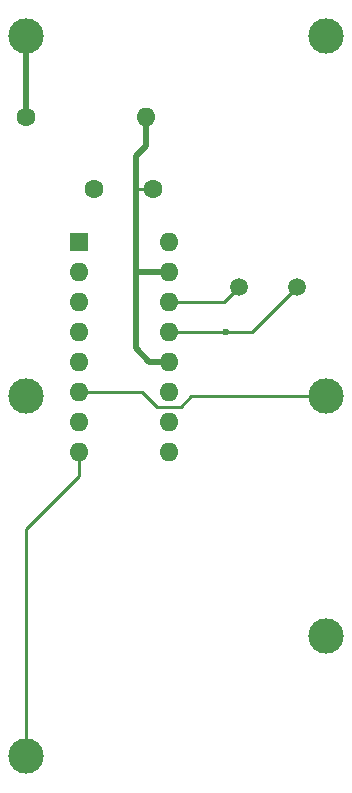
<source format=gbr>
%TF.GenerationSoftware,KiCad,Pcbnew,(6.0.5)*%
%TF.CreationDate,2022-06-29T09:53:36+09:30*%
%TF.ProjectId,SX-64 8701,53582d36-3420-4383-9730-312e6b696361,rev?*%
%TF.SameCoordinates,Original*%
%TF.FileFunction,Copper,L2,Bot*%
%TF.FilePolarity,Positive*%
%FSLAX46Y46*%
G04 Gerber Fmt 4.6, Leading zero omitted, Abs format (unit mm)*
G04 Created by KiCad (PCBNEW (6.0.5)) date 2022-06-29 09:53:36*
%MOMM*%
%LPD*%
G01*
G04 APERTURE LIST*
%TA.AperFunction,ComponentPad*%
%ADD10R,1.600000X1.600000*%
%TD*%
%TA.AperFunction,ComponentPad*%
%ADD11O,1.600000X1.600000*%
%TD*%
%TA.AperFunction,ComponentPad*%
%ADD12C,1.500000*%
%TD*%
%TA.AperFunction,ComponentPad*%
%ADD13C,3.000000*%
%TD*%
%TA.AperFunction,ComponentPad*%
%ADD14C,1.600000*%
%TD*%
%TA.AperFunction,ViaPad*%
%ADD15C,0.600000*%
%TD*%
%TA.AperFunction,Conductor*%
%ADD16C,0.250000*%
%TD*%
%TA.AperFunction,Conductor*%
%ADD17C,0.500000*%
%TD*%
%TA.AperFunction,Conductor*%
%ADD18C,0.200000*%
%TD*%
G04 APERTURE END LIST*
D10*
%TO.P,U1,1,N/C*%
%TO.N,N/C*%
X128524000Y-85092500D03*
D11*
%TO.P,U1,2,VSS*%
%TO.N,GND*%
X128524000Y-87632500D03*
%TO.P,U1,3,N/C*%
%TO.N,N/C*%
X128524000Y-90172500D03*
%TO.P,U1,4,N/C*%
%TO.N,GND*%
X128524000Y-92712500D03*
%TO.P,U1,5,Reset*%
%TO.N,N/C*%
X128524000Y-95252500D03*
%TO.P,U1,6,PhiDot*%
X128524000Y-97792500D03*
%TO.P,U1,7,PAL/NTSC*%
X128524000Y-100332500D03*
%TO.P,U1,8,PhiColor*%
X128524000Y-102872500D03*
%TO.P,U1,9,VSS*%
%TO.N,GND*%
X136144000Y-102872500D03*
%TO.P,U1,10,N/C*%
%TO.N,N/C*%
X136144000Y-100332500D03*
%TO.P,U1,11,N/C*%
X136144000Y-97792500D03*
%TO.P,U1,12,VDD*%
X136144000Y-95252500D03*
%TO.P,U1,13,XTAL_Out*%
X136144000Y-92712500D03*
%TO.P,U1,14,XTAL_In*%
X136144000Y-90172500D03*
%TO.P,U1,15,VDD*%
X136144000Y-87632500D03*
%TO.P,U1,16,N/C*%
X136144000Y-85092500D03*
%TD*%
D12*
%TO.P,Y1,1,1*%
%TO.N,N/C*%
X146976000Y-88930000D03*
%TO.P,Y1,2,2*%
X142076000Y-88930000D03*
%TD*%
D13*
%TO.P,DotClock,2*%
%TO.N,N/C*%
X149481500Y-98173500D03*
%TD*%
%TO.P,\u00D8Color,6*%
%TO.N,N/C*%
X124081500Y-128653500D03*
%TD*%
%TO.P,\u00D8o,3*%
%TO.N,N/C*%
X149481500Y-67693500D03*
%TD*%
%TO.P,5V,4*%
%TO.N,N/C*%
X124081500Y-67693500D03*
%TD*%
%TO.P,GND,5*%
%TO.N,GND*%
X124081500Y-98173500D03*
%TD*%
D14*
%TO.P,C1,1*%
%TO.N,GND*%
X129834000Y-80645000D03*
%TO.P,C1,2*%
%TO.N,N/C*%
X134834000Y-80645000D03*
%TD*%
D13*
%TO.P,GND,1*%
%TO.N,GND*%
X149481500Y-118493500D03*
%TD*%
D14*
%TO.P,L1,1*%
%TO.N,N/C*%
X124079000Y-74549000D03*
D11*
%TO.P,L1,2*%
X134239000Y-74549000D03*
%TD*%
D15*
%TO.N,*%
X140970000Y-92710000D03*
%TD*%
D16*
%TO.N,*%
X136144000Y-92712500D02*
X140967500Y-92712500D01*
X140833500Y-90172500D02*
X142076000Y-88930000D01*
D17*
X133352500Y-77851000D02*
X134239000Y-76964500D01*
X134239000Y-76964500D02*
X134239000Y-74549000D01*
X133352500Y-80642500D02*
X133352500Y-87627500D01*
D16*
X136144000Y-90172500D02*
X140833500Y-90172500D01*
D18*
X124081500Y-74546500D02*
X124079000Y-74549000D01*
D17*
X133352500Y-87627500D02*
X133352500Y-94082000D01*
D16*
X138046500Y-98173500D02*
X137160000Y-99060000D01*
X133357500Y-87632500D02*
X133352500Y-87627500D01*
X128524000Y-104932000D02*
X124081500Y-109374500D01*
D17*
X133352500Y-94082000D02*
X134523000Y-95252500D01*
D16*
X149481500Y-98173500D02*
X138046500Y-98173500D01*
D17*
X136144000Y-87632500D02*
X133357500Y-87632500D01*
D16*
X140970000Y-92710000D02*
X143191000Y-92710000D01*
D18*
X143191000Y-92710000D02*
X143193500Y-92712500D01*
D16*
X124081500Y-128653500D02*
X124081500Y-109374500D01*
X135128000Y-99060000D02*
X133858000Y-97790000D01*
X135128000Y-99060000D02*
X137160000Y-99060000D01*
X133355000Y-80645000D02*
X133352500Y-80642500D01*
X134834000Y-80645000D02*
X133355000Y-80645000D01*
X128524000Y-102872500D02*
X128524000Y-104932000D01*
D17*
X133352500Y-77851000D02*
X133352500Y-80642500D01*
D18*
X140967500Y-92712500D02*
X140970000Y-92710000D01*
D17*
X134523000Y-95252500D02*
X136144000Y-95252500D01*
D16*
X143193500Y-92712500D02*
X146976000Y-88930000D01*
D17*
X124081500Y-67693500D02*
X124081500Y-74546500D01*
D16*
X133855500Y-97792500D02*
X128524000Y-97792500D01*
%TD*%
M02*

</source>
